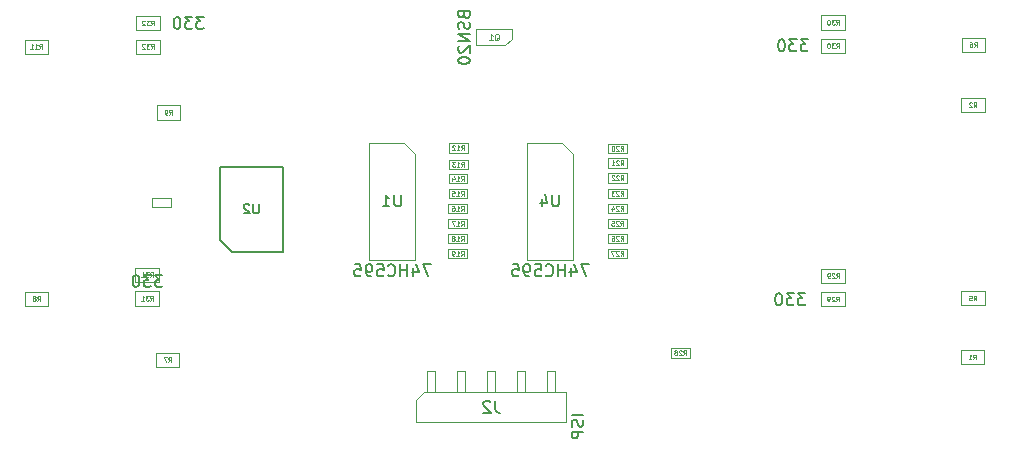
<source format=gbr>
G04 #@! TF.GenerationSoftware,KiCad,Pcbnew,(5.1.7)-1*
G04 #@! TF.CreationDate,2020-10-06T16:51:21+07:00*
G04 #@! TF.ProjectId,PIC16F1X_KIT2019,50494331-3646-4315-985f-4b4954323031,rev?*
G04 #@! TF.SameCoordinates,Original*
G04 #@! TF.FileFunction,Other,Fab,Bot*
%FSLAX46Y46*%
G04 Gerber Fmt 4.6, Leading zero omitted, Abs format (unit mm)*
G04 Created by KiCad (PCBNEW (5.1.7)-1) date 2020-10-06 16:51:21*
%MOMM*%
%LPD*%
G01*
G04 APERTURE LIST*
%ADD10C,0.100000*%
%ADD11C,0.150000*%
%ADD12C,0.060000*%
%ADD13C,0.075000*%
G04 APERTURE END LIST*
D10*
X111341520Y-35875520D02*
X111341520Y-34675520D01*
X111341520Y-34675520D02*
X109341520Y-34675520D01*
X109341520Y-34675520D02*
X109341520Y-35875520D01*
X109341520Y-35875520D02*
X111341520Y-35875520D01*
X111313360Y-57231840D02*
X111313360Y-56031840D01*
X111313360Y-56031840D02*
X109313360Y-56031840D01*
X109313360Y-56031840D02*
X109313360Y-57231840D01*
X109313360Y-57231840D02*
X111313360Y-57231840D01*
X41230040Y-35305440D02*
X41230040Y-36505440D01*
X41230040Y-36505440D02*
X43230040Y-36505440D01*
X43230040Y-36505440D02*
X43230040Y-35305440D01*
X43230040Y-35305440D02*
X41230040Y-35305440D01*
X41164000Y-56240120D02*
X41164000Y-57440120D01*
X41164000Y-57440120D02*
X43164000Y-57440120D01*
X43164000Y-57440120D02*
X43164000Y-56240120D01*
X43164000Y-56240120D02*
X41164000Y-56240120D01*
X32074360Y-52268680D02*
X32074360Y-51068680D01*
X32074360Y-51068680D02*
X30074360Y-51068680D01*
X30074360Y-51068680D02*
X30074360Y-52268680D01*
X30074360Y-52268680D02*
X32074360Y-52268680D01*
X111337600Y-52243280D02*
X111337600Y-51043280D01*
X111337600Y-51043280D02*
X109337600Y-51043280D01*
X109337600Y-51043280D02*
X109337600Y-52243280D01*
X109337600Y-52243280D02*
X111337600Y-52243280D01*
X111392320Y-30770120D02*
X111392320Y-29570120D01*
X111392320Y-29570120D02*
X109392320Y-29570120D01*
X109392320Y-29570120D02*
X109392320Y-30770120D01*
X109392320Y-30770120D02*
X111392320Y-30770120D01*
X32064200Y-30927600D02*
X32064200Y-29727600D01*
X32064200Y-29727600D02*
X30064200Y-29727600D01*
X30064200Y-29727600D02*
X30064200Y-30927600D01*
X30064200Y-30927600D02*
X32064200Y-30927600D01*
X99511360Y-28885440D02*
X99511360Y-27685440D01*
X99511360Y-27685440D02*
X97511360Y-27685440D01*
X97511360Y-27685440D02*
X97511360Y-28885440D01*
X97511360Y-28885440D02*
X99511360Y-28885440D01*
X99516440Y-30876800D02*
X99516440Y-29676800D01*
X99516440Y-29676800D02*
X97516440Y-29676800D01*
X97516440Y-29676800D02*
X97516440Y-30876800D01*
X97516440Y-30876800D02*
X99516440Y-30876800D01*
X97525440Y-50338280D02*
X99525440Y-50338280D01*
X97525440Y-49138280D02*
X97525440Y-50338280D01*
X99525440Y-49138280D02*
X97525440Y-49138280D01*
X99525440Y-50338280D02*
X99525440Y-49138280D01*
X99516440Y-52319480D02*
X99516440Y-51119480D01*
X99516440Y-51119480D02*
X97516440Y-51119480D01*
X97516440Y-51119480D02*
X97516440Y-52319480D01*
X97516440Y-52319480D02*
X99516440Y-52319480D01*
X41436800Y-49046840D02*
X39436800Y-49046840D01*
X41436800Y-50246840D02*
X41436800Y-49046840D01*
X39436800Y-50246840D02*
X41436800Y-50246840D01*
X39436800Y-49046840D02*
X39436800Y-50246840D01*
X39436800Y-51053440D02*
X39436800Y-52253440D01*
X39436800Y-52253440D02*
X41436800Y-52253440D01*
X41436800Y-52253440D02*
X41436800Y-51053440D01*
X41436800Y-51053440D02*
X39436800Y-51053440D01*
X41518080Y-27746400D02*
X39518080Y-27746400D01*
X41518080Y-28946400D02*
X41518080Y-27746400D01*
X39518080Y-28946400D02*
X41518080Y-28946400D01*
X39518080Y-27746400D02*
X39518080Y-28946400D01*
X39523160Y-29727600D02*
X39523160Y-30927600D01*
X39523160Y-30927600D02*
X41523160Y-30927600D01*
X41523160Y-30927600D02*
X41523160Y-29727600D01*
X41523160Y-29727600D02*
X39523160Y-29727600D01*
X63220600Y-60224800D02*
X63220600Y-62129800D01*
X63220600Y-62129800D02*
X75920600Y-62129800D01*
X75920600Y-62129800D02*
X75920600Y-59589800D01*
X75920600Y-59589800D02*
X63855600Y-59589800D01*
X63855600Y-59589800D02*
X63220600Y-60224800D01*
X64170600Y-57769800D02*
X64170600Y-59589800D01*
X64170600Y-57769800D02*
X64810600Y-57769800D01*
X64810600Y-57769800D02*
X64810600Y-59589800D01*
X66710600Y-57769800D02*
X66710600Y-59589800D01*
X66710600Y-57769800D02*
X67350600Y-57769800D01*
X67350600Y-57769800D02*
X67350600Y-59589800D01*
X69250600Y-57769800D02*
X69250600Y-59589800D01*
X69250600Y-57769800D02*
X69890600Y-57769800D01*
X69890600Y-57769800D02*
X69890600Y-59589800D01*
X71790600Y-57769800D02*
X71790600Y-59589800D01*
X71790600Y-57769800D02*
X72430600Y-57769800D01*
X72430600Y-57769800D02*
X72430600Y-59589800D01*
X74330600Y-57769800D02*
X74330600Y-59589800D01*
X74330600Y-57769800D02*
X74970600Y-57769800D01*
X74970600Y-57769800D02*
X74970600Y-59589800D01*
X81064100Y-41854940D02*
X81064100Y-41054940D01*
X81064100Y-41054940D02*
X79464100Y-41054940D01*
X79464100Y-41054940D02*
X79464100Y-41854940D01*
X79464100Y-41854940D02*
X81064100Y-41854940D01*
X40856000Y-43110200D02*
X40856000Y-43910200D01*
X40856000Y-43910200D02*
X42456000Y-43910200D01*
X42456000Y-43910200D02*
X42456000Y-43110200D01*
X42456000Y-43110200D02*
X40856000Y-43110200D01*
X67576600Y-39314940D02*
X67576600Y-38514940D01*
X67576600Y-38514940D02*
X65976600Y-38514940D01*
X65976600Y-38514940D02*
X65976600Y-39314940D01*
X65976600Y-39314940D02*
X67576600Y-39314940D01*
X67576600Y-40711940D02*
X67576600Y-39911940D01*
X67576600Y-39911940D02*
X65976600Y-39911940D01*
X65976600Y-39911940D02*
X65976600Y-40711940D01*
X65976600Y-40711940D02*
X67576600Y-40711940D01*
X67551200Y-41916300D02*
X67551200Y-41116300D01*
X67551200Y-41116300D02*
X65951200Y-41116300D01*
X65951200Y-41116300D02*
X65951200Y-41916300D01*
X65951200Y-41916300D02*
X67551200Y-41916300D01*
X67551100Y-43188440D02*
X67551100Y-42388440D01*
X67551100Y-42388440D02*
X65951100Y-42388440D01*
X65951100Y-42388440D02*
X65951100Y-43188440D01*
X65951100Y-43188440D02*
X67551100Y-43188440D01*
X67538600Y-44456300D02*
X67538600Y-43656300D01*
X67538600Y-43656300D02*
X65938600Y-43656300D01*
X65938600Y-43656300D02*
X65938600Y-44456300D01*
X65938600Y-44456300D02*
X67538600Y-44456300D01*
X67538500Y-45726300D02*
X67538500Y-44926300D01*
X67538500Y-44926300D02*
X65938500Y-44926300D01*
X65938500Y-44926300D02*
X65938500Y-45726300D01*
X65938500Y-45726300D02*
X67538500Y-45726300D01*
X67538500Y-46996300D02*
X67538500Y-46196300D01*
X67538500Y-46196300D02*
X65938500Y-46196300D01*
X65938500Y-46196300D02*
X65938500Y-46996300D01*
X65938500Y-46996300D02*
X67538500Y-46996300D01*
X67538600Y-48266300D02*
X67538600Y-47466300D01*
X67538600Y-47466300D02*
X65938600Y-47466300D01*
X65938600Y-47466300D02*
X65938600Y-48266300D01*
X65938600Y-48266300D02*
X67538600Y-48266300D01*
X81064000Y-39363600D02*
X81064000Y-38563600D01*
X81064000Y-38563600D02*
X79464000Y-38563600D01*
X79464000Y-38563600D02*
X79464000Y-39363600D01*
X79464000Y-39363600D02*
X81064000Y-39363600D01*
X81064100Y-40584940D02*
X81064100Y-39784940D01*
X81064100Y-39784940D02*
X79464100Y-39784940D01*
X79464100Y-39784940D02*
X79464100Y-40584940D01*
X79464100Y-40584940D02*
X81064100Y-40584940D01*
X81064000Y-43173600D02*
X81064000Y-42373600D01*
X81064000Y-42373600D02*
X79464000Y-42373600D01*
X79464000Y-42373600D02*
X79464000Y-43173600D01*
X79464000Y-43173600D02*
X81064000Y-43173600D01*
X81064000Y-44443600D02*
X81064000Y-43643600D01*
X81064000Y-43643600D02*
X79464000Y-43643600D01*
X79464000Y-43643600D02*
X79464000Y-44443600D01*
X79464000Y-44443600D02*
X81064000Y-44443600D01*
X81051400Y-45713600D02*
X81051400Y-44913600D01*
X81051400Y-44913600D02*
X79451400Y-44913600D01*
X79451400Y-44913600D02*
X79451400Y-45713600D01*
X79451400Y-45713600D02*
X81051400Y-45713600D01*
X81064000Y-46983600D02*
X81064000Y-46183600D01*
X81064000Y-46183600D02*
X79464000Y-46183600D01*
X79464000Y-46183600D02*
X79464000Y-46983600D01*
X79464000Y-46983600D02*
X81064000Y-46983600D01*
X81064000Y-48253600D02*
X81064000Y-47453600D01*
X81064000Y-47453600D02*
X79464000Y-47453600D01*
X79464000Y-47453600D02*
X79464000Y-48253600D01*
X79464000Y-48253600D02*
X81064000Y-48253600D01*
X86378750Y-56661000D02*
X86378750Y-55861000D01*
X86378750Y-55861000D02*
X84778750Y-55861000D01*
X84778750Y-55861000D02*
X84778750Y-56661000D01*
X84778750Y-56661000D02*
X86378750Y-56661000D01*
X68291900Y-30227500D02*
X68291900Y-28827500D01*
X71331900Y-28827500D02*
X68291900Y-28827500D01*
X70761900Y-30227500D02*
X71331900Y-29677500D01*
X71331900Y-29677500D02*
X71331900Y-28827500D01*
X70761900Y-30227500D02*
X68311900Y-30227500D01*
D11*
X46626000Y-46681700D02*
X47626000Y-47681700D01*
X46626000Y-40481700D02*
X46626000Y-46681700D01*
X51926000Y-40481700D02*
X46626000Y-40481700D01*
X51926000Y-47681700D02*
X51926000Y-40481700D01*
X47626000Y-47681700D02*
X51926000Y-47681700D01*
D10*
X62163600Y-38471300D02*
X59238600Y-38471300D01*
X59238600Y-38471300D02*
X59238600Y-48371300D01*
X59238600Y-48371300D02*
X63138600Y-48371300D01*
X63138600Y-48371300D02*
X63138600Y-39446300D01*
X63138600Y-39446300D02*
X62163600Y-38471300D01*
X76499000Y-39446300D02*
X75524000Y-38471300D01*
X76499000Y-48371300D02*
X76499000Y-39446300D01*
X72599000Y-48371300D02*
X76499000Y-48371300D01*
X72599000Y-38471300D02*
X72599000Y-48371300D01*
X75524000Y-38471300D02*
X72599000Y-38471300D01*
D12*
X110408186Y-35456472D02*
X110541520Y-35265996D01*
X110636758Y-35456472D02*
X110636758Y-35056472D01*
X110484377Y-35056472D01*
X110446281Y-35075520D01*
X110427234Y-35094567D01*
X110408186Y-35132662D01*
X110408186Y-35189805D01*
X110427234Y-35227900D01*
X110446281Y-35246948D01*
X110484377Y-35265996D01*
X110636758Y-35265996D01*
X110255805Y-35094567D02*
X110236758Y-35075520D01*
X110198662Y-35056472D01*
X110103424Y-35056472D01*
X110065329Y-35075520D01*
X110046281Y-35094567D01*
X110027234Y-35132662D01*
X110027234Y-35170758D01*
X110046281Y-35227900D01*
X110274853Y-35456472D01*
X110027234Y-35456472D01*
X110380026Y-56812792D02*
X110513360Y-56622316D01*
X110608598Y-56812792D02*
X110608598Y-56412792D01*
X110456217Y-56412792D01*
X110418121Y-56431840D01*
X110399074Y-56450887D01*
X110380026Y-56488982D01*
X110380026Y-56546125D01*
X110399074Y-56584220D01*
X110418121Y-56603268D01*
X110456217Y-56622316D01*
X110608598Y-56622316D01*
X109999074Y-56812792D02*
X110227645Y-56812792D01*
X110113360Y-56812792D02*
X110113360Y-56412792D01*
X110151455Y-56469935D01*
X110189550Y-56508030D01*
X110227645Y-56527078D01*
X42296706Y-36086392D02*
X42430040Y-35895916D01*
X42525278Y-36086392D02*
X42525278Y-35686392D01*
X42372897Y-35686392D01*
X42334801Y-35705440D01*
X42315754Y-35724487D01*
X42296706Y-35762582D01*
X42296706Y-35819725D01*
X42315754Y-35857820D01*
X42334801Y-35876868D01*
X42372897Y-35895916D01*
X42525278Y-35895916D01*
X42106230Y-36086392D02*
X42030040Y-36086392D01*
X41991944Y-36067344D01*
X41972897Y-36048297D01*
X41934801Y-35991154D01*
X41915754Y-35914963D01*
X41915754Y-35762582D01*
X41934801Y-35724487D01*
X41953849Y-35705440D01*
X41991944Y-35686392D01*
X42068135Y-35686392D01*
X42106230Y-35705440D01*
X42125278Y-35724487D01*
X42144325Y-35762582D01*
X42144325Y-35857820D01*
X42125278Y-35895916D01*
X42106230Y-35914963D01*
X42068135Y-35934011D01*
X41991944Y-35934011D01*
X41953849Y-35914963D01*
X41934801Y-35895916D01*
X41915754Y-35857820D01*
X42230666Y-57021072D02*
X42364000Y-56830596D01*
X42459238Y-57021072D02*
X42459238Y-56621072D01*
X42306857Y-56621072D01*
X42268761Y-56640120D01*
X42249714Y-56659167D01*
X42230666Y-56697262D01*
X42230666Y-56754405D01*
X42249714Y-56792500D01*
X42268761Y-56811548D01*
X42306857Y-56830596D01*
X42459238Y-56830596D01*
X42097333Y-56621072D02*
X41830666Y-56621072D01*
X42002095Y-57021072D01*
X31141026Y-51849632D02*
X31274360Y-51659156D01*
X31369598Y-51849632D02*
X31369598Y-51449632D01*
X31217217Y-51449632D01*
X31179121Y-51468680D01*
X31160074Y-51487727D01*
X31141026Y-51525822D01*
X31141026Y-51582965D01*
X31160074Y-51621060D01*
X31179121Y-51640108D01*
X31217217Y-51659156D01*
X31369598Y-51659156D01*
X30912455Y-51621060D02*
X30950550Y-51602013D01*
X30969598Y-51582965D01*
X30988645Y-51544870D01*
X30988645Y-51525822D01*
X30969598Y-51487727D01*
X30950550Y-51468680D01*
X30912455Y-51449632D01*
X30836264Y-51449632D01*
X30798169Y-51468680D01*
X30779121Y-51487727D01*
X30760074Y-51525822D01*
X30760074Y-51544870D01*
X30779121Y-51582965D01*
X30798169Y-51602013D01*
X30836264Y-51621060D01*
X30912455Y-51621060D01*
X30950550Y-51640108D01*
X30969598Y-51659156D01*
X30988645Y-51697251D01*
X30988645Y-51773441D01*
X30969598Y-51811537D01*
X30950550Y-51830584D01*
X30912455Y-51849632D01*
X30836264Y-51849632D01*
X30798169Y-51830584D01*
X30779121Y-51811537D01*
X30760074Y-51773441D01*
X30760074Y-51697251D01*
X30779121Y-51659156D01*
X30798169Y-51640108D01*
X30836264Y-51621060D01*
X110404266Y-51824232D02*
X110537600Y-51633756D01*
X110632838Y-51824232D02*
X110632838Y-51424232D01*
X110480457Y-51424232D01*
X110442361Y-51443280D01*
X110423314Y-51462327D01*
X110404266Y-51500422D01*
X110404266Y-51557565D01*
X110423314Y-51595660D01*
X110442361Y-51614708D01*
X110480457Y-51633756D01*
X110632838Y-51633756D01*
X110042361Y-51424232D02*
X110232838Y-51424232D01*
X110251885Y-51614708D01*
X110232838Y-51595660D01*
X110194742Y-51576613D01*
X110099504Y-51576613D01*
X110061409Y-51595660D01*
X110042361Y-51614708D01*
X110023314Y-51652803D01*
X110023314Y-51748041D01*
X110042361Y-51786137D01*
X110061409Y-51805184D01*
X110099504Y-51824232D01*
X110194742Y-51824232D01*
X110232838Y-51805184D01*
X110251885Y-51786137D01*
X110458986Y-30351072D02*
X110592320Y-30160596D01*
X110687558Y-30351072D02*
X110687558Y-29951072D01*
X110535177Y-29951072D01*
X110497081Y-29970120D01*
X110478034Y-29989167D01*
X110458986Y-30027262D01*
X110458986Y-30084405D01*
X110478034Y-30122500D01*
X110497081Y-30141548D01*
X110535177Y-30160596D01*
X110687558Y-30160596D01*
X110116129Y-29951072D02*
X110192320Y-29951072D01*
X110230415Y-29970120D01*
X110249462Y-29989167D01*
X110287558Y-30046310D01*
X110306605Y-30122500D01*
X110306605Y-30274881D01*
X110287558Y-30312977D01*
X110268510Y-30332024D01*
X110230415Y-30351072D01*
X110154224Y-30351072D01*
X110116129Y-30332024D01*
X110097081Y-30312977D01*
X110078034Y-30274881D01*
X110078034Y-30179643D01*
X110097081Y-30141548D01*
X110116129Y-30122500D01*
X110154224Y-30103453D01*
X110230415Y-30103453D01*
X110268510Y-30122500D01*
X110287558Y-30141548D01*
X110306605Y-30179643D01*
X31321342Y-30508552D02*
X31454676Y-30318076D01*
X31549914Y-30508552D02*
X31549914Y-30108552D01*
X31397533Y-30108552D01*
X31359438Y-30127600D01*
X31340390Y-30146647D01*
X31321342Y-30184742D01*
X31321342Y-30241885D01*
X31340390Y-30279980D01*
X31359438Y-30299028D01*
X31397533Y-30318076D01*
X31549914Y-30318076D01*
X30940390Y-30508552D02*
X31168961Y-30508552D01*
X31054676Y-30508552D02*
X31054676Y-30108552D01*
X31092771Y-30165695D01*
X31130866Y-30203790D01*
X31168961Y-30222838D01*
X30559438Y-30508552D02*
X30788009Y-30508552D01*
X30673723Y-30508552D02*
X30673723Y-30108552D01*
X30711819Y-30165695D01*
X30749914Y-30203790D01*
X30788009Y-30222838D01*
X98768502Y-28466392D02*
X98901836Y-28275916D01*
X98997074Y-28466392D02*
X98997074Y-28066392D01*
X98844693Y-28066392D01*
X98806598Y-28085440D01*
X98787550Y-28104487D01*
X98768502Y-28142582D01*
X98768502Y-28199725D01*
X98787550Y-28237820D01*
X98806598Y-28256868D01*
X98844693Y-28275916D01*
X98997074Y-28275916D01*
X98635169Y-28066392D02*
X98387550Y-28066392D01*
X98520883Y-28218773D01*
X98463740Y-28218773D01*
X98425645Y-28237820D01*
X98406598Y-28256868D01*
X98387550Y-28294963D01*
X98387550Y-28390201D01*
X98406598Y-28428297D01*
X98425645Y-28447344D01*
X98463740Y-28466392D01*
X98578026Y-28466392D01*
X98616121Y-28447344D01*
X98635169Y-28428297D01*
X98139931Y-28066392D02*
X98101836Y-28066392D01*
X98063740Y-28085440D01*
X98044693Y-28104487D01*
X98025645Y-28142582D01*
X98006598Y-28218773D01*
X98006598Y-28314011D01*
X98025645Y-28390201D01*
X98044693Y-28428297D01*
X98063740Y-28447344D01*
X98101836Y-28466392D01*
X98139931Y-28466392D01*
X98178026Y-28447344D01*
X98197074Y-28428297D01*
X98216121Y-28390201D01*
X98235169Y-28314011D01*
X98235169Y-28218773D01*
X98216121Y-28142582D01*
X98197074Y-28104487D01*
X98178026Y-28085440D01*
X98139931Y-28066392D01*
D11*
X96378234Y-29719020D02*
X95759186Y-29719020D01*
X96092520Y-30099973D01*
X95949662Y-30099973D01*
X95854424Y-30147592D01*
X95806805Y-30195211D01*
X95759186Y-30290449D01*
X95759186Y-30528544D01*
X95806805Y-30623782D01*
X95854424Y-30671401D01*
X95949662Y-30719020D01*
X96235377Y-30719020D01*
X96330615Y-30671401D01*
X96378234Y-30623782D01*
X95425853Y-29719020D02*
X94806805Y-29719020D01*
X95140139Y-30099973D01*
X94997281Y-30099973D01*
X94902043Y-30147592D01*
X94854424Y-30195211D01*
X94806805Y-30290449D01*
X94806805Y-30528544D01*
X94854424Y-30623782D01*
X94902043Y-30671401D01*
X94997281Y-30719020D01*
X95282996Y-30719020D01*
X95378234Y-30671401D01*
X95425853Y-30623782D01*
X94187758Y-29719020D02*
X94092520Y-29719020D01*
X93997281Y-29766640D01*
X93949662Y-29814259D01*
X93902043Y-29909497D01*
X93854424Y-30099973D01*
X93854424Y-30338068D01*
X93902043Y-30528544D01*
X93949662Y-30623782D01*
X93997281Y-30671401D01*
X94092520Y-30719020D01*
X94187758Y-30719020D01*
X94282996Y-30671401D01*
X94330615Y-30623782D01*
X94378234Y-30528544D01*
X94425853Y-30338068D01*
X94425853Y-30099973D01*
X94378234Y-29909497D01*
X94330615Y-29814259D01*
X94282996Y-29766640D01*
X94187758Y-29719020D01*
D12*
X98773582Y-30457752D02*
X98906916Y-30267276D01*
X99002154Y-30457752D02*
X99002154Y-30057752D01*
X98849773Y-30057752D01*
X98811678Y-30076800D01*
X98792630Y-30095847D01*
X98773582Y-30133942D01*
X98773582Y-30191085D01*
X98792630Y-30229180D01*
X98811678Y-30248228D01*
X98849773Y-30267276D01*
X99002154Y-30267276D01*
X98640249Y-30057752D02*
X98392630Y-30057752D01*
X98525963Y-30210133D01*
X98468820Y-30210133D01*
X98430725Y-30229180D01*
X98411678Y-30248228D01*
X98392630Y-30286323D01*
X98392630Y-30381561D01*
X98411678Y-30419657D01*
X98430725Y-30438704D01*
X98468820Y-30457752D01*
X98583106Y-30457752D01*
X98621201Y-30438704D01*
X98640249Y-30419657D01*
X98145011Y-30057752D02*
X98106916Y-30057752D01*
X98068820Y-30076800D01*
X98049773Y-30095847D01*
X98030725Y-30133942D01*
X98011678Y-30210133D01*
X98011678Y-30305371D01*
X98030725Y-30381561D01*
X98049773Y-30419657D01*
X98068820Y-30438704D01*
X98106916Y-30457752D01*
X98145011Y-30457752D01*
X98183106Y-30438704D01*
X98202154Y-30419657D01*
X98221201Y-30381561D01*
X98240249Y-30305371D01*
X98240249Y-30210133D01*
X98221201Y-30133942D01*
X98202154Y-30095847D01*
X98183106Y-30076800D01*
X98145011Y-30057752D01*
X98782582Y-49919232D02*
X98915916Y-49728756D01*
X99011154Y-49919232D02*
X99011154Y-49519232D01*
X98858773Y-49519232D01*
X98820678Y-49538280D01*
X98801630Y-49557327D01*
X98782582Y-49595422D01*
X98782582Y-49652565D01*
X98801630Y-49690660D01*
X98820678Y-49709708D01*
X98858773Y-49728756D01*
X99011154Y-49728756D01*
X98630201Y-49557327D02*
X98611154Y-49538280D01*
X98573059Y-49519232D01*
X98477820Y-49519232D01*
X98439725Y-49538280D01*
X98420678Y-49557327D01*
X98401630Y-49595422D01*
X98401630Y-49633518D01*
X98420678Y-49690660D01*
X98649249Y-49919232D01*
X98401630Y-49919232D01*
X98211154Y-49919232D02*
X98134963Y-49919232D01*
X98096868Y-49900184D01*
X98077820Y-49881137D01*
X98039725Y-49823994D01*
X98020678Y-49747803D01*
X98020678Y-49595422D01*
X98039725Y-49557327D01*
X98058773Y-49538280D01*
X98096868Y-49519232D01*
X98173059Y-49519232D01*
X98211154Y-49538280D01*
X98230201Y-49557327D01*
X98249249Y-49595422D01*
X98249249Y-49690660D01*
X98230201Y-49728756D01*
X98211154Y-49747803D01*
X98173059Y-49766851D01*
X98096868Y-49766851D01*
X98058773Y-49747803D01*
X98039725Y-49728756D01*
X98020678Y-49690660D01*
D11*
X96149634Y-51217580D02*
X95530586Y-51217580D01*
X95863920Y-51598533D01*
X95721062Y-51598533D01*
X95625824Y-51646152D01*
X95578205Y-51693771D01*
X95530586Y-51789009D01*
X95530586Y-52027104D01*
X95578205Y-52122342D01*
X95625824Y-52169961D01*
X95721062Y-52217580D01*
X96006777Y-52217580D01*
X96102015Y-52169961D01*
X96149634Y-52122342D01*
X95197253Y-51217580D02*
X94578205Y-51217580D01*
X94911539Y-51598533D01*
X94768681Y-51598533D01*
X94673443Y-51646152D01*
X94625824Y-51693771D01*
X94578205Y-51789009D01*
X94578205Y-52027104D01*
X94625824Y-52122342D01*
X94673443Y-52169961D01*
X94768681Y-52217580D01*
X95054396Y-52217580D01*
X95149634Y-52169961D01*
X95197253Y-52122342D01*
X93959158Y-51217580D02*
X93863920Y-51217580D01*
X93768681Y-51265200D01*
X93721062Y-51312819D01*
X93673443Y-51408057D01*
X93625824Y-51598533D01*
X93625824Y-51836628D01*
X93673443Y-52027104D01*
X93721062Y-52122342D01*
X93768681Y-52169961D01*
X93863920Y-52217580D01*
X93959158Y-52217580D01*
X94054396Y-52169961D01*
X94102015Y-52122342D01*
X94149634Y-52027104D01*
X94197253Y-51836628D01*
X94197253Y-51598533D01*
X94149634Y-51408057D01*
X94102015Y-51312819D01*
X94054396Y-51265200D01*
X93959158Y-51217580D01*
D12*
X98773582Y-51900432D02*
X98906916Y-51709956D01*
X99002154Y-51900432D02*
X99002154Y-51500432D01*
X98849773Y-51500432D01*
X98811678Y-51519480D01*
X98792630Y-51538527D01*
X98773582Y-51576622D01*
X98773582Y-51633765D01*
X98792630Y-51671860D01*
X98811678Y-51690908D01*
X98849773Y-51709956D01*
X99002154Y-51709956D01*
X98621201Y-51538527D02*
X98602154Y-51519480D01*
X98564059Y-51500432D01*
X98468820Y-51500432D01*
X98430725Y-51519480D01*
X98411678Y-51538527D01*
X98392630Y-51576622D01*
X98392630Y-51614718D01*
X98411678Y-51671860D01*
X98640249Y-51900432D01*
X98392630Y-51900432D01*
X98202154Y-51900432D02*
X98125963Y-51900432D01*
X98087868Y-51881384D01*
X98068820Y-51862337D01*
X98030725Y-51805194D01*
X98011678Y-51729003D01*
X98011678Y-51576622D01*
X98030725Y-51538527D01*
X98049773Y-51519480D01*
X98087868Y-51500432D01*
X98164059Y-51500432D01*
X98202154Y-51519480D01*
X98221201Y-51538527D01*
X98240249Y-51576622D01*
X98240249Y-51671860D01*
X98221201Y-51709956D01*
X98202154Y-51729003D01*
X98164059Y-51748051D01*
X98087868Y-51748051D01*
X98049773Y-51729003D01*
X98030725Y-51709956D01*
X98011678Y-51671860D01*
X40693942Y-49827792D02*
X40827276Y-49637316D01*
X40922514Y-49827792D02*
X40922514Y-49427792D01*
X40770133Y-49427792D01*
X40732038Y-49446840D01*
X40712990Y-49465887D01*
X40693942Y-49503982D01*
X40693942Y-49561125D01*
X40712990Y-49599220D01*
X40732038Y-49618268D01*
X40770133Y-49637316D01*
X40922514Y-49637316D01*
X40560609Y-49427792D02*
X40312990Y-49427792D01*
X40446323Y-49580173D01*
X40389180Y-49580173D01*
X40351085Y-49599220D01*
X40332038Y-49618268D01*
X40312990Y-49656363D01*
X40312990Y-49751601D01*
X40332038Y-49789697D01*
X40351085Y-49808744D01*
X40389180Y-49827792D01*
X40503466Y-49827792D01*
X40541561Y-49808744D01*
X40560609Y-49789697D01*
X39932038Y-49827792D02*
X40160609Y-49827792D01*
X40046323Y-49827792D02*
X40046323Y-49427792D01*
X40084419Y-49484935D01*
X40122514Y-49523030D01*
X40160609Y-49542078D01*
D11*
X41722514Y-49675820D02*
X41103466Y-49675820D01*
X41436800Y-50056773D01*
X41293942Y-50056773D01*
X41198704Y-50104392D01*
X41151085Y-50152011D01*
X41103466Y-50247249D01*
X41103466Y-50485344D01*
X41151085Y-50580582D01*
X41198704Y-50628201D01*
X41293942Y-50675820D01*
X41579657Y-50675820D01*
X41674895Y-50628201D01*
X41722514Y-50580582D01*
X40770133Y-49675820D02*
X40151085Y-49675820D01*
X40484419Y-50056773D01*
X40341561Y-50056773D01*
X40246323Y-50104392D01*
X40198704Y-50152011D01*
X40151085Y-50247249D01*
X40151085Y-50485344D01*
X40198704Y-50580582D01*
X40246323Y-50628201D01*
X40341561Y-50675820D01*
X40627276Y-50675820D01*
X40722514Y-50628201D01*
X40770133Y-50580582D01*
X39532038Y-49675820D02*
X39436800Y-49675820D01*
X39341561Y-49723440D01*
X39293942Y-49771059D01*
X39246323Y-49866297D01*
X39198704Y-50056773D01*
X39198704Y-50294868D01*
X39246323Y-50485344D01*
X39293942Y-50580582D01*
X39341561Y-50628201D01*
X39436800Y-50675820D01*
X39532038Y-50675820D01*
X39627276Y-50628201D01*
X39674895Y-50580582D01*
X39722514Y-50485344D01*
X39770133Y-50294868D01*
X39770133Y-50056773D01*
X39722514Y-49866297D01*
X39674895Y-49771059D01*
X39627276Y-49723440D01*
X39532038Y-49675820D01*
D12*
X40693942Y-51834392D02*
X40827276Y-51643916D01*
X40922514Y-51834392D02*
X40922514Y-51434392D01*
X40770133Y-51434392D01*
X40732038Y-51453440D01*
X40712990Y-51472487D01*
X40693942Y-51510582D01*
X40693942Y-51567725D01*
X40712990Y-51605820D01*
X40732038Y-51624868D01*
X40770133Y-51643916D01*
X40922514Y-51643916D01*
X40560609Y-51434392D02*
X40312990Y-51434392D01*
X40446323Y-51586773D01*
X40389180Y-51586773D01*
X40351085Y-51605820D01*
X40332038Y-51624868D01*
X40312990Y-51662963D01*
X40312990Y-51758201D01*
X40332038Y-51796297D01*
X40351085Y-51815344D01*
X40389180Y-51834392D01*
X40503466Y-51834392D01*
X40541561Y-51815344D01*
X40560609Y-51796297D01*
X39932038Y-51834392D02*
X40160609Y-51834392D01*
X40046323Y-51834392D02*
X40046323Y-51434392D01*
X40084419Y-51491535D01*
X40122514Y-51529630D01*
X40160609Y-51548678D01*
D11*
X45212474Y-27819100D02*
X44593426Y-27819100D01*
X44926760Y-28200053D01*
X44783902Y-28200053D01*
X44688664Y-28247672D01*
X44641045Y-28295291D01*
X44593426Y-28390529D01*
X44593426Y-28628624D01*
X44641045Y-28723862D01*
X44688664Y-28771481D01*
X44783902Y-28819100D01*
X45069617Y-28819100D01*
X45164855Y-28771481D01*
X45212474Y-28723862D01*
X44260093Y-27819100D02*
X43641045Y-27819100D01*
X43974379Y-28200053D01*
X43831521Y-28200053D01*
X43736283Y-28247672D01*
X43688664Y-28295291D01*
X43641045Y-28390529D01*
X43641045Y-28628624D01*
X43688664Y-28723862D01*
X43736283Y-28771481D01*
X43831521Y-28819100D01*
X44117236Y-28819100D01*
X44212474Y-28771481D01*
X44260093Y-28723862D01*
X43021998Y-27819100D02*
X42926760Y-27819100D01*
X42831521Y-27866720D01*
X42783902Y-27914339D01*
X42736283Y-28009577D01*
X42688664Y-28200053D01*
X42688664Y-28438148D01*
X42736283Y-28628624D01*
X42783902Y-28723862D01*
X42831521Y-28771481D01*
X42926760Y-28819100D01*
X43021998Y-28819100D01*
X43117236Y-28771481D01*
X43164855Y-28723862D01*
X43212474Y-28628624D01*
X43260093Y-28438148D01*
X43260093Y-28200053D01*
X43212474Y-28009577D01*
X43164855Y-27914339D01*
X43117236Y-27866720D01*
X43021998Y-27819100D01*
D12*
X40775222Y-28527352D02*
X40908556Y-28336876D01*
X41003794Y-28527352D02*
X41003794Y-28127352D01*
X40851413Y-28127352D01*
X40813318Y-28146400D01*
X40794270Y-28165447D01*
X40775222Y-28203542D01*
X40775222Y-28260685D01*
X40794270Y-28298780D01*
X40813318Y-28317828D01*
X40851413Y-28336876D01*
X41003794Y-28336876D01*
X40641889Y-28127352D02*
X40394270Y-28127352D01*
X40527603Y-28279733D01*
X40470460Y-28279733D01*
X40432365Y-28298780D01*
X40413318Y-28317828D01*
X40394270Y-28355923D01*
X40394270Y-28451161D01*
X40413318Y-28489257D01*
X40432365Y-28508304D01*
X40470460Y-28527352D01*
X40584746Y-28527352D01*
X40622841Y-28508304D01*
X40641889Y-28489257D01*
X40241889Y-28165447D02*
X40222841Y-28146400D01*
X40184746Y-28127352D01*
X40089508Y-28127352D01*
X40051413Y-28146400D01*
X40032365Y-28165447D01*
X40013318Y-28203542D01*
X40013318Y-28241638D01*
X40032365Y-28298780D01*
X40260937Y-28527352D01*
X40013318Y-28527352D01*
X40780302Y-30508552D02*
X40913636Y-30318076D01*
X41008874Y-30508552D02*
X41008874Y-30108552D01*
X40856493Y-30108552D01*
X40818398Y-30127600D01*
X40799350Y-30146647D01*
X40780302Y-30184742D01*
X40780302Y-30241885D01*
X40799350Y-30279980D01*
X40818398Y-30299028D01*
X40856493Y-30318076D01*
X41008874Y-30318076D01*
X40646969Y-30108552D02*
X40399350Y-30108552D01*
X40532683Y-30260933D01*
X40475540Y-30260933D01*
X40437445Y-30279980D01*
X40418398Y-30299028D01*
X40399350Y-30337123D01*
X40399350Y-30432361D01*
X40418398Y-30470457D01*
X40437445Y-30489504D01*
X40475540Y-30508552D01*
X40589826Y-30508552D01*
X40627921Y-30489504D01*
X40646969Y-30470457D01*
X40246969Y-30146647D02*
X40227921Y-30127600D01*
X40189826Y-30108552D01*
X40094588Y-30108552D01*
X40056493Y-30127600D01*
X40037445Y-30146647D01*
X40018398Y-30184742D01*
X40018398Y-30222838D01*
X40037445Y-30279980D01*
X40266017Y-30508552D01*
X40018398Y-30508552D01*
D11*
X77372980Y-61498609D02*
X76372980Y-61498609D01*
X77325361Y-61927180D02*
X77372980Y-62070038D01*
X77372980Y-62308133D01*
X77325361Y-62403371D01*
X77277742Y-62450990D01*
X77182504Y-62498609D01*
X77087266Y-62498609D01*
X76992028Y-62450990D01*
X76944409Y-62403371D01*
X76896790Y-62308133D01*
X76849171Y-62117657D01*
X76801552Y-62022419D01*
X76753933Y-61974800D01*
X76658695Y-61927180D01*
X76563457Y-61927180D01*
X76468219Y-61974800D01*
X76420600Y-62022419D01*
X76372980Y-62117657D01*
X76372980Y-62355752D01*
X76420600Y-62498609D01*
X77372980Y-62927180D02*
X76372980Y-62927180D01*
X76372980Y-63308133D01*
X76420600Y-63403371D01*
X76468219Y-63450990D01*
X76563457Y-63498609D01*
X76706314Y-63498609D01*
X76801552Y-63450990D01*
X76849171Y-63403371D01*
X76896790Y-63308133D01*
X76896790Y-62927180D01*
X69903933Y-60312180D02*
X69903933Y-61026466D01*
X69951552Y-61169323D01*
X70046790Y-61264561D01*
X70189647Y-61312180D01*
X70284885Y-61312180D01*
X69475361Y-60407419D02*
X69427742Y-60359800D01*
X69332504Y-60312180D01*
X69094409Y-60312180D01*
X68999171Y-60359800D01*
X68951552Y-60407419D01*
X68903933Y-60502657D01*
X68903933Y-60597895D01*
X68951552Y-60740752D01*
X69522980Y-61312180D01*
X68903933Y-61312180D01*
D12*
X80521242Y-41635892D02*
X80654576Y-41445416D01*
X80749814Y-41635892D02*
X80749814Y-41235892D01*
X80597433Y-41235892D01*
X80559338Y-41254940D01*
X80540290Y-41273987D01*
X80521242Y-41312082D01*
X80521242Y-41369225D01*
X80540290Y-41407320D01*
X80559338Y-41426368D01*
X80597433Y-41445416D01*
X80749814Y-41445416D01*
X80368861Y-41273987D02*
X80349814Y-41254940D01*
X80311719Y-41235892D01*
X80216480Y-41235892D01*
X80178385Y-41254940D01*
X80159338Y-41273987D01*
X80140290Y-41312082D01*
X80140290Y-41350178D01*
X80159338Y-41407320D01*
X80387909Y-41635892D01*
X80140290Y-41635892D01*
X79987909Y-41273987D02*
X79968861Y-41254940D01*
X79930766Y-41235892D01*
X79835528Y-41235892D01*
X79797433Y-41254940D01*
X79778385Y-41273987D01*
X79759338Y-41312082D01*
X79759338Y-41350178D01*
X79778385Y-41407320D01*
X80006957Y-41635892D01*
X79759338Y-41635892D01*
X67033742Y-39095892D02*
X67167076Y-38905416D01*
X67262314Y-39095892D02*
X67262314Y-38695892D01*
X67109933Y-38695892D01*
X67071838Y-38714940D01*
X67052790Y-38733987D01*
X67033742Y-38772082D01*
X67033742Y-38829225D01*
X67052790Y-38867320D01*
X67071838Y-38886368D01*
X67109933Y-38905416D01*
X67262314Y-38905416D01*
X66652790Y-39095892D02*
X66881361Y-39095892D01*
X66767076Y-39095892D02*
X66767076Y-38695892D01*
X66805171Y-38753035D01*
X66843266Y-38791130D01*
X66881361Y-38810178D01*
X66500409Y-38733987D02*
X66481361Y-38714940D01*
X66443266Y-38695892D01*
X66348028Y-38695892D01*
X66309933Y-38714940D01*
X66290885Y-38733987D01*
X66271838Y-38772082D01*
X66271838Y-38810178D01*
X66290885Y-38867320D01*
X66519457Y-39095892D01*
X66271838Y-39095892D01*
X67033742Y-40492892D02*
X67167076Y-40302416D01*
X67262314Y-40492892D02*
X67262314Y-40092892D01*
X67109933Y-40092892D01*
X67071838Y-40111940D01*
X67052790Y-40130987D01*
X67033742Y-40169082D01*
X67033742Y-40226225D01*
X67052790Y-40264320D01*
X67071838Y-40283368D01*
X67109933Y-40302416D01*
X67262314Y-40302416D01*
X66652790Y-40492892D02*
X66881361Y-40492892D01*
X66767076Y-40492892D02*
X66767076Y-40092892D01*
X66805171Y-40150035D01*
X66843266Y-40188130D01*
X66881361Y-40207178D01*
X66519457Y-40092892D02*
X66271838Y-40092892D01*
X66405171Y-40245273D01*
X66348028Y-40245273D01*
X66309933Y-40264320D01*
X66290885Y-40283368D01*
X66271838Y-40321463D01*
X66271838Y-40416701D01*
X66290885Y-40454797D01*
X66309933Y-40473844D01*
X66348028Y-40492892D01*
X66462314Y-40492892D01*
X66500409Y-40473844D01*
X66519457Y-40454797D01*
X67008342Y-41697252D02*
X67141676Y-41506776D01*
X67236914Y-41697252D02*
X67236914Y-41297252D01*
X67084533Y-41297252D01*
X67046438Y-41316300D01*
X67027390Y-41335347D01*
X67008342Y-41373442D01*
X67008342Y-41430585D01*
X67027390Y-41468680D01*
X67046438Y-41487728D01*
X67084533Y-41506776D01*
X67236914Y-41506776D01*
X66627390Y-41697252D02*
X66855961Y-41697252D01*
X66741676Y-41697252D02*
X66741676Y-41297252D01*
X66779771Y-41354395D01*
X66817866Y-41392490D01*
X66855961Y-41411538D01*
X66284533Y-41430585D02*
X66284533Y-41697252D01*
X66379771Y-41278204D02*
X66475009Y-41563919D01*
X66227390Y-41563919D01*
X67008242Y-42969392D02*
X67141576Y-42778916D01*
X67236814Y-42969392D02*
X67236814Y-42569392D01*
X67084433Y-42569392D01*
X67046338Y-42588440D01*
X67027290Y-42607487D01*
X67008242Y-42645582D01*
X67008242Y-42702725D01*
X67027290Y-42740820D01*
X67046338Y-42759868D01*
X67084433Y-42778916D01*
X67236814Y-42778916D01*
X66627290Y-42969392D02*
X66855861Y-42969392D01*
X66741576Y-42969392D02*
X66741576Y-42569392D01*
X66779671Y-42626535D01*
X66817766Y-42664630D01*
X66855861Y-42683678D01*
X66265385Y-42569392D02*
X66455861Y-42569392D01*
X66474909Y-42759868D01*
X66455861Y-42740820D01*
X66417766Y-42721773D01*
X66322528Y-42721773D01*
X66284433Y-42740820D01*
X66265385Y-42759868D01*
X66246338Y-42797963D01*
X66246338Y-42893201D01*
X66265385Y-42931297D01*
X66284433Y-42950344D01*
X66322528Y-42969392D01*
X66417766Y-42969392D01*
X66455861Y-42950344D01*
X66474909Y-42931297D01*
X66995742Y-44237252D02*
X67129076Y-44046776D01*
X67224314Y-44237252D02*
X67224314Y-43837252D01*
X67071933Y-43837252D01*
X67033838Y-43856300D01*
X67014790Y-43875347D01*
X66995742Y-43913442D01*
X66995742Y-43970585D01*
X67014790Y-44008680D01*
X67033838Y-44027728D01*
X67071933Y-44046776D01*
X67224314Y-44046776D01*
X66614790Y-44237252D02*
X66843361Y-44237252D01*
X66729076Y-44237252D02*
X66729076Y-43837252D01*
X66767171Y-43894395D01*
X66805266Y-43932490D01*
X66843361Y-43951538D01*
X66271933Y-43837252D02*
X66348123Y-43837252D01*
X66386219Y-43856300D01*
X66405266Y-43875347D01*
X66443361Y-43932490D01*
X66462409Y-44008680D01*
X66462409Y-44161061D01*
X66443361Y-44199157D01*
X66424314Y-44218204D01*
X66386219Y-44237252D01*
X66310028Y-44237252D01*
X66271933Y-44218204D01*
X66252885Y-44199157D01*
X66233838Y-44161061D01*
X66233838Y-44065823D01*
X66252885Y-44027728D01*
X66271933Y-44008680D01*
X66310028Y-43989633D01*
X66386219Y-43989633D01*
X66424314Y-44008680D01*
X66443361Y-44027728D01*
X66462409Y-44065823D01*
X66995642Y-45507252D02*
X67128976Y-45316776D01*
X67224214Y-45507252D02*
X67224214Y-45107252D01*
X67071833Y-45107252D01*
X67033738Y-45126300D01*
X67014690Y-45145347D01*
X66995642Y-45183442D01*
X66995642Y-45240585D01*
X67014690Y-45278680D01*
X67033738Y-45297728D01*
X67071833Y-45316776D01*
X67224214Y-45316776D01*
X66614690Y-45507252D02*
X66843261Y-45507252D01*
X66728976Y-45507252D02*
X66728976Y-45107252D01*
X66767071Y-45164395D01*
X66805166Y-45202490D01*
X66843261Y-45221538D01*
X66481357Y-45107252D02*
X66214690Y-45107252D01*
X66386119Y-45507252D01*
X66995642Y-46777252D02*
X67128976Y-46586776D01*
X67224214Y-46777252D02*
X67224214Y-46377252D01*
X67071833Y-46377252D01*
X67033738Y-46396300D01*
X67014690Y-46415347D01*
X66995642Y-46453442D01*
X66995642Y-46510585D01*
X67014690Y-46548680D01*
X67033738Y-46567728D01*
X67071833Y-46586776D01*
X67224214Y-46586776D01*
X66614690Y-46777252D02*
X66843261Y-46777252D01*
X66728976Y-46777252D02*
X66728976Y-46377252D01*
X66767071Y-46434395D01*
X66805166Y-46472490D01*
X66843261Y-46491538D01*
X66386119Y-46548680D02*
X66424214Y-46529633D01*
X66443261Y-46510585D01*
X66462309Y-46472490D01*
X66462309Y-46453442D01*
X66443261Y-46415347D01*
X66424214Y-46396300D01*
X66386119Y-46377252D01*
X66309928Y-46377252D01*
X66271833Y-46396300D01*
X66252785Y-46415347D01*
X66233738Y-46453442D01*
X66233738Y-46472490D01*
X66252785Y-46510585D01*
X66271833Y-46529633D01*
X66309928Y-46548680D01*
X66386119Y-46548680D01*
X66424214Y-46567728D01*
X66443261Y-46586776D01*
X66462309Y-46624871D01*
X66462309Y-46701061D01*
X66443261Y-46739157D01*
X66424214Y-46758204D01*
X66386119Y-46777252D01*
X66309928Y-46777252D01*
X66271833Y-46758204D01*
X66252785Y-46739157D01*
X66233738Y-46701061D01*
X66233738Y-46624871D01*
X66252785Y-46586776D01*
X66271833Y-46567728D01*
X66309928Y-46548680D01*
X66995742Y-48047252D02*
X67129076Y-47856776D01*
X67224314Y-48047252D02*
X67224314Y-47647252D01*
X67071933Y-47647252D01*
X67033838Y-47666300D01*
X67014790Y-47685347D01*
X66995742Y-47723442D01*
X66995742Y-47780585D01*
X67014790Y-47818680D01*
X67033838Y-47837728D01*
X67071933Y-47856776D01*
X67224314Y-47856776D01*
X66614790Y-48047252D02*
X66843361Y-48047252D01*
X66729076Y-48047252D02*
X66729076Y-47647252D01*
X66767171Y-47704395D01*
X66805266Y-47742490D01*
X66843361Y-47761538D01*
X66424314Y-48047252D02*
X66348123Y-48047252D01*
X66310028Y-48028204D01*
X66290980Y-48009157D01*
X66252885Y-47952014D01*
X66233838Y-47875823D01*
X66233838Y-47723442D01*
X66252885Y-47685347D01*
X66271933Y-47666300D01*
X66310028Y-47647252D01*
X66386219Y-47647252D01*
X66424314Y-47666300D01*
X66443361Y-47685347D01*
X66462409Y-47723442D01*
X66462409Y-47818680D01*
X66443361Y-47856776D01*
X66424314Y-47875823D01*
X66386219Y-47894871D01*
X66310028Y-47894871D01*
X66271933Y-47875823D01*
X66252885Y-47856776D01*
X66233838Y-47818680D01*
X80521142Y-39144552D02*
X80654476Y-38954076D01*
X80749714Y-39144552D02*
X80749714Y-38744552D01*
X80597333Y-38744552D01*
X80559238Y-38763600D01*
X80540190Y-38782647D01*
X80521142Y-38820742D01*
X80521142Y-38877885D01*
X80540190Y-38915980D01*
X80559238Y-38935028D01*
X80597333Y-38954076D01*
X80749714Y-38954076D01*
X80368761Y-38782647D02*
X80349714Y-38763600D01*
X80311619Y-38744552D01*
X80216380Y-38744552D01*
X80178285Y-38763600D01*
X80159238Y-38782647D01*
X80140190Y-38820742D01*
X80140190Y-38858838D01*
X80159238Y-38915980D01*
X80387809Y-39144552D01*
X80140190Y-39144552D01*
X79892571Y-38744552D02*
X79854476Y-38744552D01*
X79816380Y-38763600D01*
X79797333Y-38782647D01*
X79778285Y-38820742D01*
X79759238Y-38896933D01*
X79759238Y-38992171D01*
X79778285Y-39068361D01*
X79797333Y-39106457D01*
X79816380Y-39125504D01*
X79854476Y-39144552D01*
X79892571Y-39144552D01*
X79930666Y-39125504D01*
X79949714Y-39106457D01*
X79968761Y-39068361D01*
X79987809Y-38992171D01*
X79987809Y-38896933D01*
X79968761Y-38820742D01*
X79949714Y-38782647D01*
X79930666Y-38763600D01*
X79892571Y-38744552D01*
X80521242Y-40365892D02*
X80654576Y-40175416D01*
X80749814Y-40365892D02*
X80749814Y-39965892D01*
X80597433Y-39965892D01*
X80559338Y-39984940D01*
X80540290Y-40003987D01*
X80521242Y-40042082D01*
X80521242Y-40099225D01*
X80540290Y-40137320D01*
X80559338Y-40156368D01*
X80597433Y-40175416D01*
X80749814Y-40175416D01*
X80368861Y-40003987D02*
X80349814Y-39984940D01*
X80311719Y-39965892D01*
X80216480Y-39965892D01*
X80178385Y-39984940D01*
X80159338Y-40003987D01*
X80140290Y-40042082D01*
X80140290Y-40080178D01*
X80159338Y-40137320D01*
X80387909Y-40365892D01*
X80140290Y-40365892D01*
X79759338Y-40365892D02*
X79987909Y-40365892D01*
X79873623Y-40365892D02*
X79873623Y-39965892D01*
X79911719Y-40023035D01*
X79949814Y-40061130D01*
X79987909Y-40080178D01*
X80521142Y-42954552D02*
X80654476Y-42764076D01*
X80749714Y-42954552D02*
X80749714Y-42554552D01*
X80597333Y-42554552D01*
X80559238Y-42573600D01*
X80540190Y-42592647D01*
X80521142Y-42630742D01*
X80521142Y-42687885D01*
X80540190Y-42725980D01*
X80559238Y-42745028D01*
X80597333Y-42764076D01*
X80749714Y-42764076D01*
X80368761Y-42592647D02*
X80349714Y-42573600D01*
X80311619Y-42554552D01*
X80216380Y-42554552D01*
X80178285Y-42573600D01*
X80159238Y-42592647D01*
X80140190Y-42630742D01*
X80140190Y-42668838D01*
X80159238Y-42725980D01*
X80387809Y-42954552D01*
X80140190Y-42954552D01*
X80006857Y-42554552D02*
X79759238Y-42554552D01*
X79892571Y-42706933D01*
X79835428Y-42706933D01*
X79797333Y-42725980D01*
X79778285Y-42745028D01*
X79759238Y-42783123D01*
X79759238Y-42878361D01*
X79778285Y-42916457D01*
X79797333Y-42935504D01*
X79835428Y-42954552D01*
X79949714Y-42954552D01*
X79987809Y-42935504D01*
X80006857Y-42916457D01*
X80521142Y-44224552D02*
X80654476Y-44034076D01*
X80749714Y-44224552D02*
X80749714Y-43824552D01*
X80597333Y-43824552D01*
X80559238Y-43843600D01*
X80540190Y-43862647D01*
X80521142Y-43900742D01*
X80521142Y-43957885D01*
X80540190Y-43995980D01*
X80559238Y-44015028D01*
X80597333Y-44034076D01*
X80749714Y-44034076D01*
X80368761Y-43862647D02*
X80349714Y-43843600D01*
X80311619Y-43824552D01*
X80216380Y-43824552D01*
X80178285Y-43843600D01*
X80159238Y-43862647D01*
X80140190Y-43900742D01*
X80140190Y-43938838D01*
X80159238Y-43995980D01*
X80387809Y-44224552D01*
X80140190Y-44224552D01*
X79797333Y-43957885D02*
X79797333Y-44224552D01*
X79892571Y-43805504D02*
X79987809Y-44091219D01*
X79740190Y-44091219D01*
X80508542Y-45494552D02*
X80641876Y-45304076D01*
X80737114Y-45494552D02*
X80737114Y-45094552D01*
X80584733Y-45094552D01*
X80546638Y-45113600D01*
X80527590Y-45132647D01*
X80508542Y-45170742D01*
X80508542Y-45227885D01*
X80527590Y-45265980D01*
X80546638Y-45285028D01*
X80584733Y-45304076D01*
X80737114Y-45304076D01*
X80356161Y-45132647D02*
X80337114Y-45113600D01*
X80299019Y-45094552D01*
X80203780Y-45094552D01*
X80165685Y-45113600D01*
X80146638Y-45132647D01*
X80127590Y-45170742D01*
X80127590Y-45208838D01*
X80146638Y-45265980D01*
X80375209Y-45494552D01*
X80127590Y-45494552D01*
X79765685Y-45094552D02*
X79956161Y-45094552D01*
X79975209Y-45285028D01*
X79956161Y-45265980D01*
X79918066Y-45246933D01*
X79822828Y-45246933D01*
X79784733Y-45265980D01*
X79765685Y-45285028D01*
X79746638Y-45323123D01*
X79746638Y-45418361D01*
X79765685Y-45456457D01*
X79784733Y-45475504D01*
X79822828Y-45494552D01*
X79918066Y-45494552D01*
X79956161Y-45475504D01*
X79975209Y-45456457D01*
X80521142Y-46764552D02*
X80654476Y-46574076D01*
X80749714Y-46764552D02*
X80749714Y-46364552D01*
X80597333Y-46364552D01*
X80559238Y-46383600D01*
X80540190Y-46402647D01*
X80521142Y-46440742D01*
X80521142Y-46497885D01*
X80540190Y-46535980D01*
X80559238Y-46555028D01*
X80597333Y-46574076D01*
X80749714Y-46574076D01*
X80368761Y-46402647D02*
X80349714Y-46383600D01*
X80311619Y-46364552D01*
X80216380Y-46364552D01*
X80178285Y-46383600D01*
X80159238Y-46402647D01*
X80140190Y-46440742D01*
X80140190Y-46478838D01*
X80159238Y-46535980D01*
X80387809Y-46764552D01*
X80140190Y-46764552D01*
X79797333Y-46364552D02*
X79873523Y-46364552D01*
X79911619Y-46383600D01*
X79930666Y-46402647D01*
X79968761Y-46459790D01*
X79987809Y-46535980D01*
X79987809Y-46688361D01*
X79968761Y-46726457D01*
X79949714Y-46745504D01*
X79911619Y-46764552D01*
X79835428Y-46764552D01*
X79797333Y-46745504D01*
X79778285Y-46726457D01*
X79759238Y-46688361D01*
X79759238Y-46593123D01*
X79778285Y-46555028D01*
X79797333Y-46535980D01*
X79835428Y-46516933D01*
X79911619Y-46516933D01*
X79949714Y-46535980D01*
X79968761Y-46555028D01*
X79987809Y-46593123D01*
X80521142Y-48034552D02*
X80654476Y-47844076D01*
X80749714Y-48034552D02*
X80749714Y-47634552D01*
X80597333Y-47634552D01*
X80559238Y-47653600D01*
X80540190Y-47672647D01*
X80521142Y-47710742D01*
X80521142Y-47767885D01*
X80540190Y-47805980D01*
X80559238Y-47825028D01*
X80597333Y-47844076D01*
X80749714Y-47844076D01*
X80368761Y-47672647D02*
X80349714Y-47653600D01*
X80311619Y-47634552D01*
X80216380Y-47634552D01*
X80178285Y-47653600D01*
X80159238Y-47672647D01*
X80140190Y-47710742D01*
X80140190Y-47748838D01*
X80159238Y-47805980D01*
X80387809Y-48034552D01*
X80140190Y-48034552D01*
X80006857Y-47634552D02*
X79740190Y-47634552D01*
X79911619Y-48034552D01*
X85835892Y-56441952D02*
X85969226Y-56251476D01*
X86064464Y-56441952D02*
X86064464Y-56041952D01*
X85912083Y-56041952D01*
X85873988Y-56061000D01*
X85854940Y-56080047D01*
X85835892Y-56118142D01*
X85835892Y-56175285D01*
X85854940Y-56213380D01*
X85873988Y-56232428D01*
X85912083Y-56251476D01*
X86064464Y-56251476D01*
X85683511Y-56080047D02*
X85664464Y-56061000D01*
X85626369Y-56041952D01*
X85531130Y-56041952D01*
X85493035Y-56061000D01*
X85473988Y-56080047D01*
X85454940Y-56118142D01*
X85454940Y-56156238D01*
X85473988Y-56213380D01*
X85702559Y-56441952D01*
X85454940Y-56441952D01*
X85226369Y-56213380D02*
X85264464Y-56194333D01*
X85283511Y-56175285D01*
X85302559Y-56137190D01*
X85302559Y-56118142D01*
X85283511Y-56080047D01*
X85264464Y-56061000D01*
X85226369Y-56041952D01*
X85150178Y-56041952D01*
X85112083Y-56061000D01*
X85093035Y-56080047D01*
X85073988Y-56118142D01*
X85073988Y-56137190D01*
X85093035Y-56175285D01*
X85112083Y-56194333D01*
X85150178Y-56213380D01*
X85226369Y-56213380D01*
X85264464Y-56232428D01*
X85283511Y-56251476D01*
X85302559Y-56289571D01*
X85302559Y-56365761D01*
X85283511Y-56403857D01*
X85264464Y-56422904D01*
X85226369Y-56441952D01*
X85150178Y-56441952D01*
X85112083Y-56422904D01*
X85093035Y-56403857D01*
X85073988Y-56365761D01*
X85073988Y-56289571D01*
X85093035Y-56251476D01*
X85112083Y-56232428D01*
X85150178Y-56213380D01*
D11*
X67240471Y-27646547D02*
X67288090Y-27789404D01*
X67335709Y-27837023D01*
X67430947Y-27884642D01*
X67573804Y-27884642D01*
X67669042Y-27837023D01*
X67716661Y-27789404D01*
X67764280Y-27694166D01*
X67764280Y-27313214D01*
X66764280Y-27313214D01*
X66764280Y-27646547D01*
X66811900Y-27741785D01*
X66859519Y-27789404D01*
X66954757Y-27837023D01*
X67049995Y-27837023D01*
X67145233Y-27789404D01*
X67192852Y-27741785D01*
X67240471Y-27646547D01*
X67240471Y-27313214D01*
X67716661Y-28265595D02*
X67764280Y-28408452D01*
X67764280Y-28646547D01*
X67716661Y-28741785D01*
X67669042Y-28789404D01*
X67573804Y-28837023D01*
X67478566Y-28837023D01*
X67383328Y-28789404D01*
X67335709Y-28741785D01*
X67288090Y-28646547D01*
X67240471Y-28456071D01*
X67192852Y-28360833D01*
X67145233Y-28313214D01*
X67049995Y-28265595D01*
X66954757Y-28265595D01*
X66859519Y-28313214D01*
X66811900Y-28360833D01*
X66764280Y-28456071D01*
X66764280Y-28694166D01*
X66811900Y-28837023D01*
X67764280Y-29265595D02*
X66764280Y-29265595D01*
X67764280Y-29837023D01*
X66764280Y-29837023D01*
X66859519Y-30265595D02*
X66811900Y-30313214D01*
X66764280Y-30408452D01*
X66764280Y-30646547D01*
X66811900Y-30741785D01*
X66859519Y-30789404D01*
X66954757Y-30837023D01*
X67049995Y-30837023D01*
X67192852Y-30789404D01*
X67764280Y-30217976D01*
X67764280Y-30837023D01*
X66764280Y-31456071D02*
X66764280Y-31551309D01*
X66811900Y-31646547D01*
X66859519Y-31694166D01*
X66954757Y-31741785D01*
X67145233Y-31789404D01*
X67383328Y-31789404D01*
X67573804Y-31741785D01*
X67669042Y-31694166D01*
X67716661Y-31646547D01*
X67764280Y-31551309D01*
X67764280Y-31456071D01*
X67716661Y-31360833D01*
X67669042Y-31313214D01*
X67573804Y-31265595D01*
X67383328Y-31217976D01*
X67145233Y-31217976D01*
X66954757Y-31265595D01*
X66859519Y-31313214D01*
X66811900Y-31360833D01*
X66764280Y-31456071D01*
D13*
X69859519Y-29801309D02*
X69907138Y-29777500D01*
X69954757Y-29729880D01*
X70026185Y-29658452D01*
X70073804Y-29634642D01*
X70121423Y-29634642D01*
X70097614Y-29753690D02*
X70145233Y-29729880D01*
X70192852Y-29682261D01*
X70216661Y-29587023D01*
X70216661Y-29420357D01*
X70192852Y-29325119D01*
X70145233Y-29277500D01*
X70097614Y-29253690D01*
X70002376Y-29253690D01*
X69954757Y-29277500D01*
X69907138Y-29325119D01*
X69883328Y-29420357D01*
X69883328Y-29587023D01*
X69907138Y-29682261D01*
X69954757Y-29729880D01*
X70002376Y-29753690D01*
X70097614Y-29753690D01*
X69407138Y-29753690D02*
X69692852Y-29753690D01*
X69549995Y-29753690D02*
X69549995Y-29253690D01*
X69597614Y-29325119D01*
X69645233Y-29372738D01*
X69692852Y-29396547D01*
D11*
X49885523Y-43643604D02*
X49885523Y-44291223D01*
X49847428Y-44367414D01*
X49809333Y-44405509D01*
X49733142Y-44443604D01*
X49580761Y-44443604D01*
X49504571Y-44405509D01*
X49466476Y-44367414D01*
X49428380Y-44291223D01*
X49428380Y-43643604D01*
X49085523Y-43719795D02*
X49047428Y-43681700D01*
X48971238Y-43643604D01*
X48780761Y-43643604D01*
X48704571Y-43681700D01*
X48666476Y-43719795D01*
X48628380Y-43795985D01*
X48628380Y-43872176D01*
X48666476Y-43986461D01*
X49123619Y-44443604D01*
X48628380Y-44443604D01*
X64450504Y-48773680D02*
X63783838Y-48773680D01*
X64212409Y-49773680D01*
X62974314Y-49107014D02*
X62974314Y-49773680D01*
X63212409Y-48726061D02*
X63450504Y-49440347D01*
X62831457Y-49440347D01*
X62450504Y-49773680D02*
X62450504Y-48773680D01*
X62450504Y-49249871D02*
X61879076Y-49249871D01*
X61879076Y-49773680D02*
X61879076Y-48773680D01*
X60831457Y-49678442D02*
X60879076Y-49726061D01*
X61021933Y-49773680D01*
X61117171Y-49773680D01*
X61260028Y-49726061D01*
X61355266Y-49630823D01*
X61402885Y-49535585D01*
X61450504Y-49345109D01*
X61450504Y-49202252D01*
X61402885Y-49011776D01*
X61355266Y-48916538D01*
X61260028Y-48821300D01*
X61117171Y-48773680D01*
X61021933Y-48773680D01*
X60879076Y-48821300D01*
X60831457Y-48868919D01*
X59926695Y-48773680D02*
X60402885Y-48773680D01*
X60450504Y-49249871D01*
X60402885Y-49202252D01*
X60307647Y-49154633D01*
X60069552Y-49154633D01*
X59974314Y-49202252D01*
X59926695Y-49249871D01*
X59879076Y-49345109D01*
X59879076Y-49583204D01*
X59926695Y-49678442D01*
X59974314Y-49726061D01*
X60069552Y-49773680D01*
X60307647Y-49773680D01*
X60402885Y-49726061D01*
X60450504Y-49678442D01*
X59402885Y-49773680D02*
X59212409Y-49773680D01*
X59117171Y-49726061D01*
X59069552Y-49678442D01*
X58974314Y-49535585D01*
X58926695Y-49345109D01*
X58926695Y-48964157D01*
X58974314Y-48868919D01*
X59021933Y-48821300D01*
X59117171Y-48773680D01*
X59307647Y-48773680D01*
X59402885Y-48821300D01*
X59450504Y-48868919D01*
X59498123Y-48964157D01*
X59498123Y-49202252D01*
X59450504Y-49297490D01*
X59402885Y-49345109D01*
X59307647Y-49392728D01*
X59117171Y-49392728D01*
X59021933Y-49345109D01*
X58974314Y-49297490D01*
X58926695Y-49202252D01*
X58021933Y-48773680D02*
X58498123Y-48773680D01*
X58545742Y-49249871D01*
X58498123Y-49202252D01*
X58402885Y-49154633D01*
X58164790Y-49154633D01*
X58069552Y-49202252D01*
X58021933Y-49249871D01*
X57974314Y-49345109D01*
X57974314Y-49583204D01*
X58021933Y-49678442D01*
X58069552Y-49726061D01*
X58164790Y-49773680D01*
X58402885Y-49773680D01*
X58498123Y-49726061D01*
X58545742Y-49678442D01*
X61935266Y-42884633D02*
X61935266Y-43677966D01*
X61888600Y-43771300D01*
X61841933Y-43817966D01*
X61748600Y-43864633D01*
X61561933Y-43864633D01*
X61468600Y-43817966D01*
X61421933Y-43771300D01*
X61375266Y-43677966D01*
X61375266Y-42884633D01*
X60395266Y-43864633D02*
X60955266Y-43864633D01*
X60675266Y-43864633D02*
X60675266Y-42884633D01*
X60768600Y-43024633D01*
X60861933Y-43117966D01*
X60955266Y-43164633D01*
X77810904Y-48773680D02*
X77144238Y-48773680D01*
X77572809Y-49773680D01*
X76334714Y-49107014D02*
X76334714Y-49773680D01*
X76572809Y-48726061D02*
X76810904Y-49440347D01*
X76191857Y-49440347D01*
X75810904Y-49773680D02*
X75810904Y-48773680D01*
X75810904Y-49249871D02*
X75239476Y-49249871D01*
X75239476Y-49773680D02*
X75239476Y-48773680D01*
X74191857Y-49678442D02*
X74239476Y-49726061D01*
X74382333Y-49773680D01*
X74477571Y-49773680D01*
X74620428Y-49726061D01*
X74715666Y-49630823D01*
X74763285Y-49535585D01*
X74810904Y-49345109D01*
X74810904Y-49202252D01*
X74763285Y-49011776D01*
X74715666Y-48916538D01*
X74620428Y-48821300D01*
X74477571Y-48773680D01*
X74382333Y-48773680D01*
X74239476Y-48821300D01*
X74191857Y-48868919D01*
X73287095Y-48773680D02*
X73763285Y-48773680D01*
X73810904Y-49249871D01*
X73763285Y-49202252D01*
X73668047Y-49154633D01*
X73429952Y-49154633D01*
X73334714Y-49202252D01*
X73287095Y-49249871D01*
X73239476Y-49345109D01*
X73239476Y-49583204D01*
X73287095Y-49678442D01*
X73334714Y-49726061D01*
X73429952Y-49773680D01*
X73668047Y-49773680D01*
X73763285Y-49726061D01*
X73810904Y-49678442D01*
X72763285Y-49773680D02*
X72572809Y-49773680D01*
X72477571Y-49726061D01*
X72429952Y-49678442D01*
X72334714Y-49535585D01*
X72287095Y-49345109D01*
X72287095Y-48964157D01*
X72334714Y-48868919D01*
X72382333Y-48821300D01*
X72477571Y-48773680D01*
X72668047Y-48773680D01*
X72763285Y-48821300D01*
X72810904Y-48868919D01*
X72858523Y-48964157D01*
X72858523Y-49202252D01*
X72810904Y-49297490D01*
X72763285Y-49345109D01*
X72668047Y-49392728D01*
X72477571Y-49392728D01*
X72382333Y-49345109D01*
X72334714Y-49297490D01*
X72287095Y-49202252D01*
X71382333Y-48773680D02*
X71858523Y-48773680D01*
X71906142Y-49249871D01*
X71858523Y-49202252D01*
X71763285Y-49154633D01*
X71525190Y-49154633D01*
X71429952Y-49202252D01*
X71382333Y-49249871D01*
X71334714Y-49345109D01*
X71334714Y-49583204D01*
X71382333Y-49678442D01*
X71429952Y-49726061D01*
X71525190Y-49773680D01*
X71763285Y-49773680D01*
X71858523Y-49726061D01*
X71906142Y-49678442D01*
X75295666Y-42884633D02*
X75295666Y-43677966D01*
X75249000Y-43771300D01*
X75202333Y-43817966D01*
X75109000Y-43864633D01*
X74922333Y-43864633D01*
X74829000Y-43817966D01*
X74782333Y-43771300D01*
X74735666Y-43677966D01*
X74735666Y-42884633D01*
X73849000Y-43211300D02*
X73849000Y-43864633D01*
X74082333Y-42837966D02*
X74315666Y-43537966D01*
X73709000Y-43537966D01*
M02*

</source>
